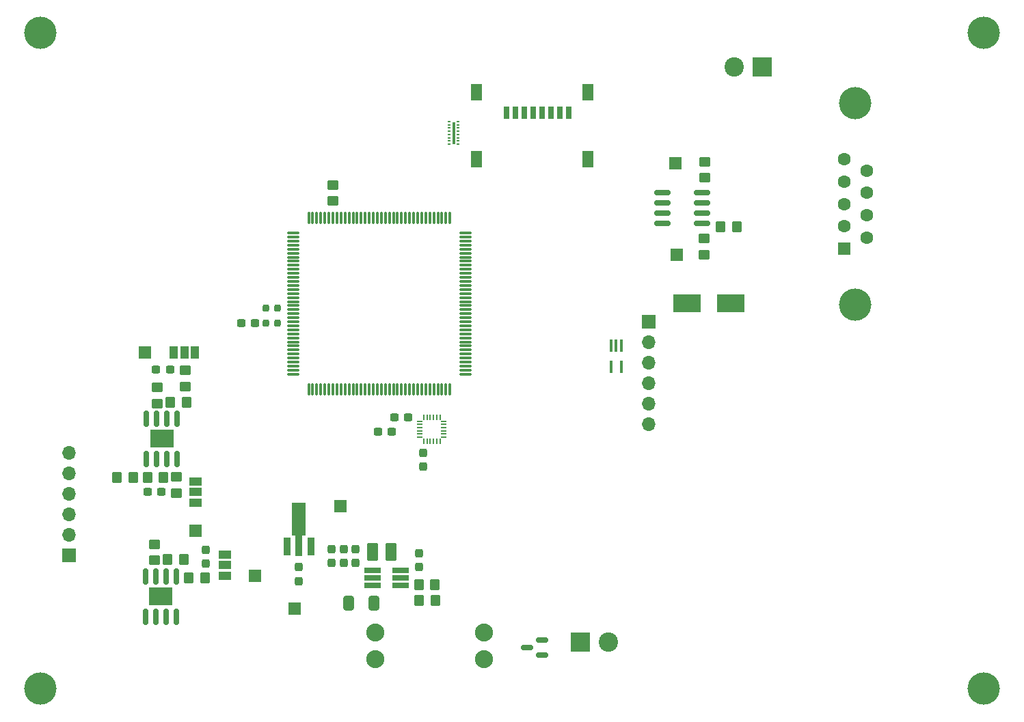
<source format=gts>
G04 #@! TF.GenerationSoftware,KiCad,Pcbnew,(6.0.5)*
G04 #@! TF.CreationDate,2023-02-13T01:00:26-07:00*
G04 #@! TF.ProjectId,EVCU,45564355-2e6b-4696-9361-645f70636258,rev?*
G04 #@! TF.SameCoordinates,Original*
G04 #@! TF.FileFunction,Soldermask,Top*
G04 #@! TF.FilePolarity,Negative*
%FSLAX46Y46*%
G04 Gerber Fmt 4.6, Leading zero omitted, Abs format (unit mm)*
G04 Created by KiCad (PCBNEW (6.0.5)) date 2023-02-13 01:00:26*
%MOMM*%
%LPD*%
G01*
G04 APERTURE LIST*
G04 Aperture macros list*
%AMRoundRect*
0 Rectangle with rounded corners*
0 $1 Rounding radius*
0 $2 $3 $4 $5 $6 $7 $8 $9 X,Y pos of 4 corners*
0 Add a 4 corners polygon primitive as box body*
4,1,4,$2,$3,$4,$5,$6,$7,$8,$9,$2,$3,0*
0 Add four circle primitives for the rounded corners*
1,1,$1+$1,$2,$3*
1,1,$1+$1,$4,$5*
1,1,$1+$1,$6,$7*
1,1,$1+$1,$8,$9*
0 Add four rect primitives between the rounded corners*
20,1,$1+$1,$2,$3,$4,$5,0*
20,1,$1+$1,$4,$5,$6,$7,0*
20,1,$1+$1,$6,$7,$8,$9,0*
20,1,$1+$1,$8,$9,$2,$3,0*%
%AMFreePoly0*
4,1,14,0.266715,0.088284,0.363284,-0.008285,0.375000,-0.036569,0.375000,-0.060000,0.363284,-0.088284,0.335000,-0.100000,-0.335000,-0.100000,-0.363284,-0.088284,-0.375000,-0.060000,-0.375000,0.060000,-0.363284,0.088284,-0.335000,0.100000,0.238431,0.100000,0.266715,0.088284,0.266715,0.088284,$1*%
%AMFreePoly1*
4,1,14,0.363284,0.088284,0.375000,0.060000,0.375000,0.036569,0.363284,0.008285,0.266715,-0.088284,0.238431,-0.100000,-0.335000,-0.100000,-0.363284,-0.088284,-0.375000,-0.060000,-0.375000,0.060000,-0.363284,0.088284,-0.335000,0.100000,0.335000,0.100000,0.363284,0.088284,0.363284,0.088284,$1*%
%AMFreePoly2*
4,1,14,0.088284,0.363284,0.100000,0.335000,0.100000,-0.335000,0.088284,-0.363284,0.060000,-0.375000,-0.060000,-0.375000,-0.088284,-0.363284,-0.100000,-0.335000,-0.100000,0.238431,-0.088284,0.266715,0.008285,0.363284,0.036569,0.375000,0.060000,0.375000,0.088284,0.363284,0.088284,0.363284,$1*%
%AMFreePoly3*
4,1,14,-0.008285,0.363284,0.088284,0.266715,0.100000,0.238431,0.100000,-0.335000,0.088284,-0.363284,0.060000,-0.375000,-0.060000,-0.375000,-0.088284,-0.363284,-0.100000,-0.335000,-0.100000,0.335000,-0.088284,0.363284,-0.060000,0.375000,-0.036569,0.375000,-0.008285,0.363284,-0.008285,0.363284,$1*%
%AMFreePoly4*
4,1,14,0.363284,0.088284,0.375000,0.060000,0.375000,-0.060000,0.363284,-0.088284,0.335000,-0.100000,-0.238431,-0.100000,-0.266715,-0.088284,-0.363284,0.008285,-0.375000,0.036569,-0.375000,0.060000,-0.363284,0.088284,-0.335000,0.100000,0.335000,0.100000,0.363284,0.088284,0.363284,0.088284,$1*%
%AMFreePoly5*
4,1,14,0.363284,0.088284,0.375000,0.060000,0.375000,-0.060000,0.363284,-0.088284,0.335000,-0.100000,-0.335000,-0.100000,-0.363284,-0.088284,-0.375000,-0.060000,-0.375000,-0.036569,-0.363284,-0.008285,-0.266715,0.088284,-0.238431,0.100000,0.335000,0.100000,0.363284,0.088284,0.363284,0.088284,$1*%
%AMFreePoly6*
4,1,14,0.088284,0.363284,0.100000,0.335000,0.100000,-0.238431,0.088284,-0.266715,-0.008285,-0.363284,-0.036569,-0.375000,-0.060000,-0.375000,-0.088284,-0.363284,-0.100000,-0.335000,-0.100000,0.335000,-0.088284,0.363284,-0.060000,0.375000,0.060000,0.375000,0.088284,0.363284,0.088284,0.363284,$1*%
%AMFreePoly7*
4,1,14,0.088284,0.363284,0.100000,0.335000,0.100000,-0.335000,0.088284,-0.363284,0.060000,-0.375000,0.036569,-0.375000,0.008285,-0.363284,-0.088284,-0.266715,-0.100000,-0.238431,-0.100000,0.335000,-0.088284,0.363284,-0.060000,0.375000,0.060000,0.375000,0.088284,0.363284,0.088284,0.363284,$1*%
%AMFreePoly8*
4,1,9,5.362500,-0.866500,1.237500,-0.866500,1.237500,-0.450000,-1.237500,-0.450000,-1.237500,0.450000,1.237500,0.450000,1.237500,0.866500,5.362500,0.866500,5.362500,-0.866500,5.362500,-0.866500,$1*%
G04 Aperture macros list end*
%ADD10R,1.500000X1.500000*%
%ADD11RoundRect,0.237500X0.300000X0.237500X-0.300000X0.237500X-0.300000X-0.237500X0.300000X-0.237500X0*%
%ADD12RoundRect,0.237500X0.237500X-0.300000X0.237500X0.300000X-0.237500X0.300000X-0.237500X-0.300000X0*%
%ADD13R,0.400000X1.500000*%
%ADD14R,1.000000X1.500000*%
%ADD15FreePoly0,270.000000*%
%ADD16RoundRect,0.050000X-0.050000X0.325000X-0.050000X-0.325000X0.050000X-0.325000X0.050000X0.325000X0*%
%ADD17FreePoly1,270.000000*%
%ADD18FreePoly2,270.000000*%
%ADD19RoundRect,0.050000X-0.325000X0.050000X-0.325000X-0.050000X0.325000X-0.050000X0.325000X0.050000X0*%
%ADD20FreePoly3,270.000000*%
%ADD21FreePoly4,270.000000*%
%ADD22FreePoly5,270.000000*%
%ADD23FreePoly6,270.000000*%
%ADD24FreePoly7,270.000000*%
%ADD25C,4.000000*%
%ADD26RoundRect,0.250001X0.462499X0.849999X-0.462499X0.849999X-0.462499X-0.849999X0.462499X-0.849999X0*%
%ADD27RoundRect,0.237500X-0.237500X0.300000X-0.237500X-0.300000X0.237500X-0.300000X0.237500X0.300000X0*%
%ADD28R,0.900000X2.300000*%
%ADD29FreePoly8,90.000000*%
%ADD30RoundRect,0.250000X0.450000X-0.350000X0.450000X0.350000X-0.450000X0.350000X-0.450000X-0.350000X0*%
%ADD31RoundRect,0.250000X0.350000X0.450000X-0.350000X0.450000X-0.350000X-0.450000X0.350000X-0.450000X0*%
%ADD32R,1.500000X1.000000*%
%ADD33RoundRect,0.250000X0.412500X0.650000X-0.412500X0.650000X-0.412500X-0.650000X0.412500X-0.650000X0*%
%ADD34R,2.000000X0.650000*%
%ADD35RoundRect,0.150000X-0.150000X0.825000X-0.150000X-0.825000X0.150000X-0.825000X0.150000X0.825000X0*%
%ADD36R,3.000000X2.290000*%
%ADD37RoundRect,0.250000X-0.450000X0.350000X-0.450000X-0.350000X0.450000X-0.350000X0.450000X0.350000X0*%
%ADD38R,2.400000X2.400000*%
%ADD39C,2.400000*%
%ADD40C,2.235200*%
%ADD41RoundRect,0.075000X-0.662500X-0.075000X0.662500X-0.075000X0.662500X0.075000X-0.662500X0.075000X0*%
%ADD42RoundRect,0.075000X-0.075000X-0.662500X0.075000X-0.662500X0.075000X0.662500X-0.075000X0.662500X0*%
%ADD43RoundRect,0.150000X0.587500X0.150000X-0.587500X0.150000X-0.587500X-0.150000X0.587500X-0.150000X0*%
%ADD44R,1.700000X1.700000*%
%ADD45O,1.700000X1.700000*%
%ADD46R,3.500000X2.300000*%
%ADD47RoundRect,0.150000X-0.825000X-0.150000X0.825000X-0.150000X0.825000X0.150000X-0.825000X0.150000X0*%
%ADD48R,0.800000X1.500000*%
%ADD49R,1.450000X2.000000*%
%ADD50R,1.600000X1.600000*%
%ADD51C,1.600000*%
%ADD52RoundRect,0.200000X0.200000X0.250000X-0.200000X0.250000X-0.200000X-0.250000X0.200000X-0.250000X0*%
%ADD53RoundRect,0.250000X-0.350000X-0.450000X0.350000X-0.450000X0.350000X0.450000X-0.350000X0.450000X0*%
%ADD54R,0.450000X0.200000*%
%ADD55R,0.300000X2.800000*%
G04 APERTURE END LIST*
D10*
X94041500Y-52918900D03*
X93838300Y-41514300D03*
D11*
X31282300Y-67132200D03*
X29557300Y-67132200D03*
D12*
X62084000Y-91620500D03*
X62084000Y-89895500D03*
D13*
X87187800Y-64151200D03*
X86537800Y-64151200D03*
X85887800Y-64151200D03*
X85887800Y-66811200D03*
X87187800Y-66811200D03*
D14*
X34361400Y-65024000D03*
X33061400Y-65024000D03*
X31761400Y-65024000D03*
D15*
X64703200Y-73023600D03*
D16*
X64303200Y-73023600D03*
X63903200Y-73023600D03*
X63503200Y-73023600D03*
X63103200Y-73023600D03*
D17*
X62703200Y-73023600D03*
D18*
X62203200Y-73523600D03*
D19*
X62203200Y-73923600D03*
X62203200Y-74323600D03*
X62203200Y-74723600D03*
X62203200Y-75123600D03*
D20*
X62203200Y-75523600D03*
D21*
X62703200Y-76023600D03*
D16*
X63103200Y-76023600D03*
X63503200Y-76023600D03*
X63903200Y-76023600D03*
X64303200Y-76023600D03*
D22*
X64703200Y-76023600D03*
D23*
X65203200Y-75523600D03*
D19*
X65203200Y-75123600D03*
X65203200Y-74723600D03*
X65203200Y-74323600D03*
X65203200Y-73923600D03*
D24*
X65203200Y-73523600D03*
D25*
X132080000Y-25400000D03*
D26*
X58674500Y-89742000D03*
X56349500Y-89742000D03*
D27*
X62611000Y-77445700D03*
X62611000Y-79170700D03*
D28*
X45744000Y-89018000D03*
D29*
X47244000Y-88930500D03*
D28*
X48744000Y-89018000D03*
D10*
X41799000Y-92684600D03*
D27*
X47221808Y-91615556D03*
X47221808Y-93340556D03*
D30*
X29708600Y-71332600D03*
X29708600Y-69332600D03*
D31*
X33299400Y-71170800D03*
X31299400Y-71170800D03*
X64100000Y-93823256D03*
X62100000Y-93823256D03*
D32*
X34458400Y-81021400D03*
X34458400Y-82321400D03*
X34458400Y-83621400D03*
D33*
X56534500Y-96092000D03*
X53409500Y-96092000D03*
D31*
X30480000Y-80518000D03*
X28480000Y-80518000D03*
D30*
X97500400Y-43358700D03*
X97500400Y-41358700D03*
D34*
X56388000Y-92014000D03*
X56388000Y-92964000D03*
X56388000Y-93914000D03*
X59808000Y-93914000D03*
X59808000Y-92964000D03*
X59808000Y-92014000D03*
D35*
X32172400Y-73242400D03*
X30902400Y-73242400D03*
X29632400Y-73242400D03*
X28362400Y-73242400D03*
X28362400Y-78192400D03*
X29632400Y-78192400D03*
X30902400Y-78192400D03*
X32172400Y-78192400D03*
D36*
X30267400Y-75717400D03*
D10*
X28194000Y-65024000D03*
D37*
X97449600Y-50883700D03*
X97449600Y-52883700D03*
D32*
X38065200Y-90063800D03*
X38065200Y-91363800D03*
X38065200Y-92663800D03*
D25*
X15240000Y-106680000D03*
D38*
X82070000Y-100900000D03*
D39*
X85570000Y-100900000D03*
D10*
X46736000Y-96799400D03*
D35*
X32045400Y-92800400D03*
X30775400Y-92800400D03*
X29505400Y-92800400D03*
X28235400Y-92800400D03*
X28235400Y-97750400D03*
X29505400Y-97750400D03*
X30775400Y-97750400D03*
X32045400Y-97750400D03*
D36*
X30140400Y-95275400D03*
D40*
X70132608Y-102993656D03*
X70132608Y-99691656D03*
X56670608Y-102993656D03*
X56670608Y-99691656D03*
D41*
X46538300Y-50203400D03*
X46538300Y-50703400D03*
X46538300Y-51203400D03*
X46538300Y-51703400D03*
X46538300Y-52203400D03*
X46538300Y-52703400D03*
X46538300Y-53203400D03*
X46538300Y-53703400D03*
X46538300Y-54203400D03*
X46538300Y-54703400D03*
X46538300Y-55203400D03*
X46538300Y-55703400D03*
X46538300Y-56203400D03*
X46538300Y-56703400D03*
X46538300Y-57203400D03*
X46538300Y-57703400D03*
X46538300Y-58203400D03*
X46538300Y-58703400D03*
X46538300Y-59203400D03*
X46538300Y-59703400D03*
X46538300Y-60203400D03*
X46538300Y-60703400D03*
X46538300Y-61203400D03*
X46538300Y-61703400D03*
X46538300Y-62203400D03*
X46538300Y-62703400D03*
X46538300Y-63203400D03*
X46538300Y-63703400D03*
X46538300Y-64203400D03*
X46538300Y-64703400D03*
X46538300Y-65203400D03*
X46538300Y-65703400D03*
X46538300Y-66203400D03*
X46538300Y-66703400D03*
X46538300Y-67203400D03*
X46538300Y-67703400D03*
D42*
X48450800Y-69615900D03*
X48950800Y-69615900D03*
X49450800Y-69615900D03*
X49950800Y-69615900D03*
X50450800Y-69615900D03*
X50950800Y-69615900D03*
X51450800Y-69615900D03*
X51950800Y-69615900D03*
X52450800Y-69615900D03*
X52950800Y-69615900D03*
X53450800Y-69615900D03*
X53950800Y-69615900D03*
X54450800Y-69615900D03*
X54950800Y-69615900D03*
X55450800Y-69615900D03*
X55950800Y-69615900D03*
X56450800Y-69615900D03*
X56950800Y-69615900D03*
X57450800Y-69615900D03*
X57950800Y-69615900D03*
X58450800Y-69615900D03*
X58950800Y-69615900D03*
X59450800Y-69615900D03*
X59950800Y-69615900D03*
X60450800Y-69615900D03*
X60950800Y-69615900D03*
X61450800Y-69615900D03*
X61950800Y-69615900D03*
X62450800Y-69615900D03*
X62950800Y-69615900D03*
X63450800Y-69615900D03*
X63950800Y-69615900D03*
X64450800Y-69615900D03*
X64950800Y-69615900D03*
X65450800Y-69615900D03*
X65950800Y-69615900D03*
D41*
X67863300Y-67703400D03*
X67863300Y-67203400D03*
X67863300Y-66703400D03*
X67863300Y-66203400D03*
X67863300Y-65703400D03*
X67863300Y-65203400D03*
X67863300Y-64703400D03*
X67863300Y-64203400D03*
X67863300Y-63703400D03*
X67863300Y-63203400D03*
X67863300Y-62703400D03*
X67863300Y-62203400D03*
X67863300Y-61703400D03*
X67863300Y-61203400D03*
X67863300Y-60703400D03*
X67863300Y-60203400D03*
X67863300Y-59703400D03*
X67863300Y-59203400D03*
X67863300Y-58703400D03*
X67863300Y-58203400D03*
X67863300Y-57703400D03*
X67863300Y-57203400D03*
X67863300Y-56703400D03*
X67863300Y-56203400D03*
X67863300Y-55703400D03*
X67863300Y-55203400D03*
X67863300Y-54703400D03*
X67863300Y-54203400D03*
X67863300Y-53703400D03*
X67863300Y-53203400D03*
X67863300Y-52703400D03*
X67863300Y-52203400D03*
X67863300Y-51703400D03*
X67863300Y-51203400D03*
X67863300Y-50703400D03*
X67863300Y-50203400D03*
D42*
X65950800Y-48290900D03*
X65450800Y-48290900D03*
X64950800Y-48290900D03*
X64450800Y-48290900D03*
X63950800Y-48290900D03*
X63450800Y-48290900D03*
X62950800Y-48290900D03*
X62450800Y-48290900D03*
X61950800Y-48290900D03*
X61450800Y-48290900D03*
X60950800Y-48290900D03*
X60450800Y-48290900D03*
X59950800Y-48290900D03*
X59450800Y-48290900D03*
X58950800Y-48290900D03*
X58450800Y-48290900D03*
X57950800Y-48290900D03*
X57450800Y-48290900D03*
X56950800Y-48290900D03*
X56450800Y-48290900D03*
X55950800Y-48290900D03*
X55450800Y-48290900D03*
X54950800Y-48290900D03*
X54450800Y-48290900D03*
X53950800Y-48290900D03*
X53450800Y-48290900D03*
X52950800Y-48290900D03*
X52450800Y-48290900D03*
X51950800Y-48290900D03*
X51450800Y-48290900D03*
X50950800Y-48290900D03*
X50450800Y-48290900D03*
X49950800Y-48290900D03*
X49450800Y-48290900D03*
X48950800Y-48290900D03*
X48450800Y-48290900D03*
D38*
X104620000Y-29656000D03*
D39*
X101120000Y-29656000D03*
D43*
X77391500Y-102550000D03*
X77391500Y-100650000D03*
X75516500Y-101600000D03*
D31*
X32969200Y-90652600D03*
X30969200Y-90652600D03*
D11*
X60806500Y-73075800D03*
X59081500Y-73075800D03*
D44*
X90551000Y-61188600D03*
D45*
X90551000Y-63728600D03*
X90551000Y-66268600D03*
X90551000Y-68808600D03*
X90551000Y-71348600D03*
X90551000Y-73888600D03*
D37*
X33163000Y-67224400D03*
X33163000Y-69224400D03*
D31*
X26720800Y-80518000D03*
X24720800Y-80518000D03*
D27*
X51285808Y-89380356D03*
X51285808Y-91105356D03*
X52842008Y-89387500D03*
X52842008Y-91112500D03*
D44*
X18796000Y-90170000D03*
D45*
X18796000Y-87630000D03*
X18796000Y-85090000D03*
X18796000Y-82550000D03*
X18796000Y-80010000D03*
X18796000Y-77470000D03*
D10*
X34433000Y-87096600D03*
D46*
X95344000Y-58928000D03*
X100744000Y-58928000D03*
D10*
X52349400Y-84099400D03*
D47*
X92256800Y-45203500D03*
X92256800Y-46473500D03*
X92256800Y-47743500D03*
X92256800Y-49013500D03*
X97206800Y-49013500D03*
X97206800Y-47743500D03*
X97206800Y-46473500D03*
X97206800Y-45203500D03*
D30*
X29327600Y-90763600D03*
X29327600Y-88763600D03*
D48*
X72922200Y-35331400D03*
X74022200Y-35331400D03*
X75122200Y-35331400D03*
X76222200Y-35331400D03*
X77322200Y-35331400D03*
X78422200Y-35331400D03*
X79522200Y-35331400D03*
X80622200Y-35331400D03*
D49*
X82997200Y-32731400D03*
X69247200Y-32731400D03*
X69247200Y-41031400D03*
X82997200Y-41031400D03*
D30*
X32045400Y-82407000D03*
X32045400Y-80407000D03*
D11*
X58749100Y-74828400D03*
X57024100Y-74828400D03*
D12*
X35677600Y-91210300D03*
X35677600Y-89485300D03*
D30*
X51460400Y-46237400D03*
X51460400Y-44237400D03*
D25*
X116162500Y-59116900D03*
X116162500Y-34116900D03*
D50*
X114742500Y-52156900D03*
D51*
X114742500Y-49386900D03*
X114742500Y-46616900D03*
X114742500Y-43846900D03*
X114742500Y-41076900D03*
X117582500Y-50771900D03*
X117582500Y-48001900D03*
X117582500Y-45231900D03*
X117582500Y-42461900D03*
D52*
X44616200Y-61377000D03*
X44616200Y-59527000D03*
X43166200Y-59527000D03*
X43166200Y-61377000D03*
D11*
X30240900Y-82296000D03*
X28515900Y-82296000D03*
D25*
X132080000Y-106680000D03*
D31*
X35610800Y-92938600D03*
X33610800Y-92938600D03*
D11*
X41807300Y-61391800D03*
X40082300Y-61391800D03*
D53*
X62122208Y-95703856D03*
X64122208Y-95703856D03*
D54*
X65825200Y-36394400D03*
X65825200Y-36794400D03*
X65825200Y-37194400D03*
X65825200Y-37594400D03*
X65825200Y-37994400D03*
X65825200Y-38394400D03*
X65825200Y-38794400D03*
X65825200Y-39194400D03*
X66976200Y-39194400D03*
X66976200Y-38794400D03*
X66976200Y-38394400D03*
X66976200Y-37994400D03*
X66976200Y-37594400D03*
X66976200Y-37194400D03*
X66976200Y-36794400D03*
X66976200Y-36394400D03*
D55*
X66400200Y-37794400D03*
D27*
X54210000Y-89387500D03*
X54210000Y-91112500D03*
D25*
X15240000Y-25400000D03*
D31*
X101497600Y-49419900D03*
X99497600Y-49419900D03*
M02*

</source>
